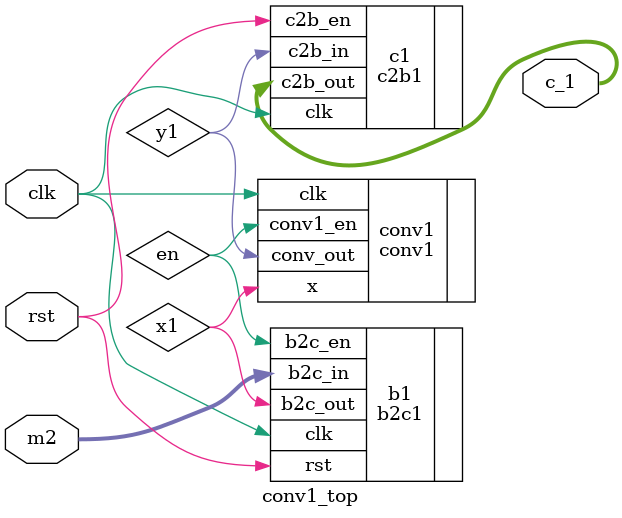
<source format=v>
`timescale 1ns / 1ps


module conv1_top(
   input clk,
	input[3:0] m2,
	input rst,
	output[3:0] c_1
    );
wire x1;
wire y1;
wire en;

b2c1   b1(.clk(clk),
          .rst(rst),
			 .b2c_in(m2),
			 .b2c_out(x1),
			 .b2c_en(en)
			 );
			 
conv1  conv1(.clk(clk),
             .conv1_en(en),
				 .x(x1),
				 .conv_out(y1)
				 );
				 
c2b1  c1(.clk(clk),
         .c2b_en(rst),
			.c2b_in(y1),
			.c2b_out(c_1)
			);

endmodule

</source>
